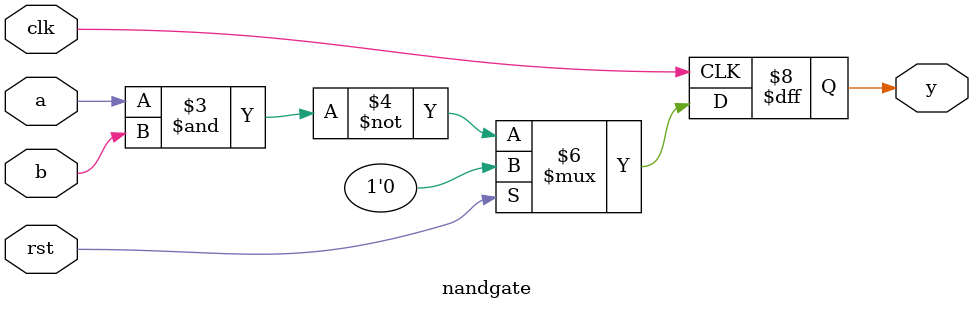
<source format=v>
module nandgate(input clk,
  input rst,
  input a,
  input b,
  output reg y);
  always @(posedge clk)begin
    if(!rst)begin
      y= ~(a&b);
    end
    else 
      y=0;

    end
    endmodule

</source>
